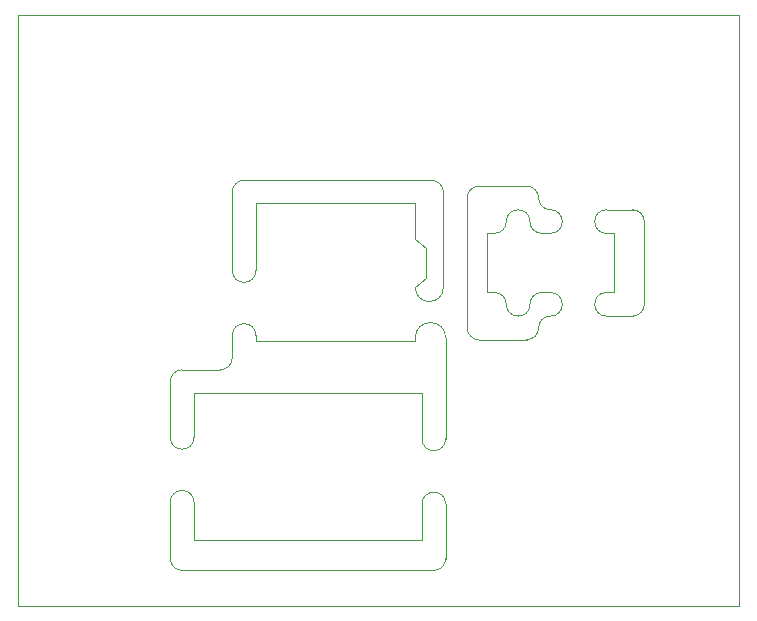
<source format=gbr>
G04 #@! TF.GenerationSoftware,KiCad,Pcbnew,(5.1.5)-3*
G04 #@! TF.CreationDate,2020-10-01T12:08:49+09:00*
G04 #@! TF.ProjectId,WF_Board,57465f42-6f61-4726-942e-6b696361645f,rev?*
G04 #@! TF.SameCoordinates,Original*
G04 #@! TF.FileFunction,Profile,NP*
%FSLAX46Y46*%
G04 Gerber Fmt 4.6, Leading zero omitted, Abs format (unit mm)*
G04 Created by KiCad (PCBNEW (5.1.5)-3) date 2020-10-01 12:08:49*
%MOMM*%
%LPD*%
G04 APERTURE LIST*
%ADD10C,0.050000*%
G04 APERTURE END LIST*
D10*
X141607720Y-97300000D02*
G75*
G02X144179880Y-97300000I1286080J0D01*
G01*
X126113920Y-97100000D02*
X126113920Y-99000000D01*
X121863200Y-100000000D02*
X125113920Y-100000000D01*
X143986080Y-93040000D02*
G75*
G02X141613920Y-93040000I-1186080J0D01*
G01*
X126113920Y-97100000D02*
G75*
G02X128113920Y-97100000I1000000J0D01*
G01*
X128113920Y-97563980D02*
X128113920Y-97100000D01*
X128114920Y-91600000D02*
G75*
G02X126114920Y-91600000I-1000000J0D01*
G01*
X126110000Y-84962380D02*
G75*
G02X127110000Y-83962380I1000000J0D01*
G01*
X108000000Y-120000000D02*
X108000000Y-70000000D01*
X169000000Y-120000000D02*
X108000000Y-120000000D01*
X169000000Y-70000000D02*
X169000000Y-120000000D01*
X108000000Y-70000000D02*
X169000000Y-70000000D01*
X161000000Y-87460340D02*
X161000000Y-94460340D01*
X146000000Y-85460340D02*
X146000000Y-96460340D01*
X161000000Y-94460340D02*
G75*
G02X160000000Y-95460340I-1000000J0D01*
G01*
X146000000Y-85460340D02*
G75*
G02X147000000Y-84460340I1000000J0D01*
G01*
X147000000Y-97460340D02*
G75*
G02X146000000Y-96460340I0J1000000D01*
G01*
X160000000Y-86460340D02*
G75*
G02X161000000Y-87460340I0J-1000000D01*
G01*
X157800000Y-95460340D02*
X160000000Y-95460340D01*
X157800000Y-86460340D02*
X160000000Y-86460340D01*
X151050000Y-84460340D02*
X147000000Y-84460340D01*
X151050000Y-97460340D02*
X147000000Y-97460340D01*
X152050000Y-96460340D02*
G75*
G02X151050000Y-97460340I-1000000J0D01*
G01*
X152050000Y-96460340D02*
G75*
G02X153050000Y-95460340I1000000J0D01*
G01*
X151050000Y-84460340D02*
G75*
G02X152050000Y-85460340I0J-1000000D01*
G01*
X153050000Y-86460340D02*
G75*
G02X152050000Y-85460340I0J1000000D01*
G01*
X121863200Y-117000000D02*
X143179880Y-117000000D01*
X144179880Y-116000000D02*
G75*
G02X143179880Y-117000000I-1000000J0D01*
G01*
X120863200Y-101000000D02*
G75*
G02X121863200Y-100000000I1000000J0D01*
G01*
X121863200Y-117000000D02*
G75*
G02X120863200Y-116000000I0J1000000D01*
G01*
X144179880Y-111375000D02*
X144179880Y-116000000D01*
X120863200Y-111225000D02*
X120863200Y-116000000D01*
X120863200Y-105725000D02*
X120863200Y-101000000D01*
X144179880Y-105850000D02*
X144179880Y-97300000D01*
X143986080Y-84962380D02*
X143986080Y-93040000D01*
X142986080Y-83962380D02*
G75*
G02X143986080Y-84962380I0J-1000000D01*
G01*
X138050000Y-83962380D02*
X142986080Y-83962380D01*
X126114920Y-91600000D02*
X126110000Y-84962380D01*
X126113920Y-99000000D02*
G75*
G02X125113920Y-100000000I-1000000J0D01*
G01*
X138050000Y-83962380D02*
X127110000Y-83962380D01*
X152315940Y-93460340D02*
X153050000Y-93460340D01*
X152315940Y-88460340D02*
X153050000Y-88460340D01*
X142179880Y-101960420D02*
X142179880Y-105850000D01*
X122863200Y-101960420D02*
X122863200Y-105725000D01*
X153050000Y-93460340D02*
G75*
G02X153050000Y-95460340I0J-1000000D01*
G01*
X157800000Y-88460340D02*
G75*
G02X157800000Y-86460340I0J1000000D01*
G01*
X142179880Y-111375000D02*
G75*
G02X144179880Y-111375000I1000000J0D01*
G01*
X122863200Y-105725000D02*
G75*
G02X120863200Y-105725000I-1000000J0D01*
G01*
X157800000Y-95460340D02*
G75*
G02X157800000Y-93460340I0J1000000D01*
G01*
X153050000Y-86460340D02*
G75*
G02X153050000Y-88460340I0J-1000000D01*
G01*
X144179880Y-105850000D02*
G75*
G02X142179880Y-105850000I-1000000J0D01*
G01*
X120863200Y-111225000D02*
G75*
G02X122863200Y-111225000I1000000J0D01*
G01*
X158442940Y-88460340D02*
X158442940Y-93460340D01*
X141613920Y-92989400D02*
X141613920Y-93040000D01*
X141613920Y-88930480D02*
X141613920Y-87962380D01*
X142511780Y-89702640D02*
X141613920Y-88930480D01*
X142511780Y-92222320D02*
X141613920Y-92989400D01*
X142511780Y-89702640D02*
X142511780Y-92222320D01*
X147688940Y-88460340D02*
X147688940Y-93460340D01*
X141607720Y-97563980D02*
X128113920Y-97563980D01*
X142179880Y-101960420D02*
X122863200Y-101960420D01*
X141868880Y-114434360D02*
X140368880Y-114434360D01*
X142179880Y-114434360D02*
X141868880Y-114434360D01*
X149315940Y-87460340D02*
G75*
G02X148315940Y-88460340I-1000000J0D01*
G01*
X152315940Y-88460340D02*
G75*
G02X151315940Y-87460340I0J1000000D01*
G01*
X151315940Y-94460340D02*
G75*
G02X152315940Y-93460340I1000000J0D01*
G01*
X148315940Y-93460340D02*
G75*
G02X149315940Y-94460340I0J-1000000D01*
G01*
X138050000Y-85860780D02*
X141613920Y-85860780D01*
X128114920Y-85860780D02*
X128114920Y-91600000D01*
X142179880Y-111375000D02*
X142179880Y-114434360D01*
X122863200Y-114434360D02*
X140368880Y-114434360D01*
X122863200Y-111225000D02*
X122863200Y-114434360D01*
X141607720Y-97563980D02*
X141607720Y-97300000D01*
X128114920Y-85860780D02*
X138050000Y-85860780D01*
X141613920Y-87962380D02*
X141613920Y-85860780D01*
X148315940Y-88460340D02*
X147688940Y-88460340D01*
X149315940Y-87460340D02*
G75*
G02X151315940Y-87460340I1000000J0D01*
G01*
X148315940Y-93460340D02*
X147688940Y-93460340D01*
X151315940Y-94460340D02*
G75*
G02X149315940Y-94460340I-1000000J0D01*
G01*
X157800000Y-88460340D02*
X158442940Y-88460340D01*
X158442940Y-93460340D02*
X157800000Y-93460340D01*
M02*

</source>
